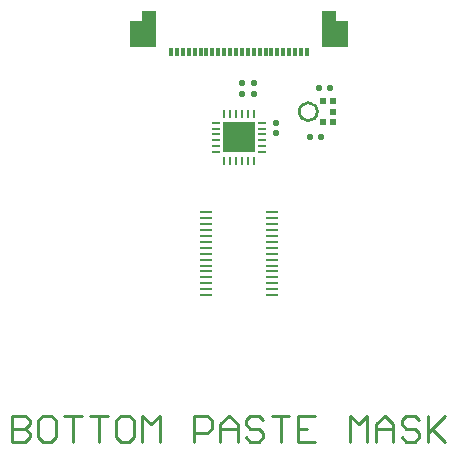
<source format=gbp>
G04*
G04 #@! TF.GenerationSoftware,Altium Limited,Altium Designer,20.1.11 (218)*
G04*
G04 Layer_Color=128*
%FSLAX25Y25*%
%MOIN*%
G70*
G04*
G04 #@! TF.SameCoordinates,49FD3369-56E0-4B66-BF1D-E122077B7428*
G04*
G04*
G04 #@! TF.FilePolarity,Positive*
G04*
G01*
G75*
%ADD10C,0.00984*%
%ADD11C,0.01000*%
G04:AMPARAMS|DCode=20|XSize=22.05mil|YSize=20.08mil|CornerRadius=5.02mil|HoleSize=0mil|Usage=FLASHONLY|Rotation=180.000|XOffset=0mil|YOffset=0mil|HoleType=Round|Shape=RoundedRectangle|*
%AMROUNDEDRECTD20*
21,1,0.02205,0.01004,0,0,180.0*
21,1,0.01201,0.02008,0,0,180.0*
1,1,0.01004,-0.00600,0.00502*
1,1,0.01004,0.00600,0.00502*
1,1,0.01004,0.00600,-0.00502*
1,1,0.01004,-0.00600,-0.00502*
%
%ADD20ROUNDEDRECTD20*%
G04:AMPARAMS|DCode=27|XSize=22.05mil|YSize=20.08mil|CornerRadius=5.02mil|HoleSize=0mil|Usage=FLASHONLY|Rotation=90.000|XOffset=0mil|YOffset=0mil|HoleType=Round|Shape=RoundedRectangle|*
%AMROUNDEDRECTD27*
21,1,0.02205,0.01004,0,0,90.0*
21,1,0.01201,0.02008,0,0,90.0*
1,1,0.01004,0.00502,0.00600*
1,1,0.01004,0.00502,-0.00600*
1,1,0.01004,-0.00502,-0.00600*
1,1,0.01004,-0.00502,0.00600*
%
%ADD27ROUNDEDRECTD27*%
%ADD97R,0.04331X0.08661*%
%ADD98R,0.05118X0.12008*%
%ADD99R,0.01181X0.03150*%
%ADD100C,0.00787*%
%ADD101R,0.02055X0.02362*%
%ADD102R,0.03110X0.01024*%
%ADD103R,0.01024X0.03110*%
%ADD104R,0.10630X0.10236*%
G04:AMPARAMS|DCode=105|XSize=9.84mil|YSize=43.31mil|CornerRadius=2.46mil|HoleSize=0mil|Usage=FLASHONLY|Rotation=270.000|XOffset=0mil|YOffset=0mil|HoleType=Round|Shape=RoundedRectangle|*
%AMROUNDEDRECTD105*
21,1,0.00984,0.03839,0,0,270.0*
21,1,0.00492,0.04331,0,0,270.0*
1,1,0.00492,-0.01919,-0.00246*
1,1,0.00492,-0.01919,0.00246*
1,1,0.00492,0.01919,0.00246*
1,1,0.00492,0.01919,-0.00246*
%
%ADD105ROUNDEDRECTD105*%
G36*
X37633Y62244D02*
X41417D01*
Y65826D01*
X37633D01*
Y62244D01*
D02*
G37*
G36*
X37633Y66850D02*
X41417D01*
Y70438D01*
X37633D01*
Y66850D01*
D02*
G37*
G36*
X42442Y62244D02*
X46220D01*
Y65826D01*
X42442D01*
Y62244D01*
D02*
G37*
G36*
X42441Y66850D02*
X46220D01*
Y70434D01*
X42441D01*
Y66850D01*
D02*
G37*
D10*
X-33600Y-26441D02*
Y-35100D01*
X-29271D01*
X-27828Y-33657D01*
Y-32214D01*
X-29271Y-30771D01*
X-33600D01*
X-29271D01*
X-27828Y-29328D01*
Y-27885D01*
X-29271Y-26441D01*
X-33600D01*
X-20612D02*
X-23498D01*
X-24941Y-27885D01*
Y-33657D01*
X-23498Y-35100D01*
X-20612D01*
X-19169Y-33657D01*
Y-27885D01*
X-20612Y-26441D01*
X-16283D02*
X-10510D01*
X-13397D01*
Y-35100D01*
X-7624Y-26441D02*
X-1852D01*
X-4738D01*
Y-35100D01*
X5364Y-26441D02*
X2478D01*
X1034Y-27885D01*
Y-33657D01*
X2478Y-35100D01*
X5364D01*
X6807Y-33657D01*
Y-27885D01*
X5364Y-26441D01*
X9693Y-35100D02*
Y-26441D01*
X12579Y-29328D01*
X15465Y-26441D01*
Y-35100D01*
X27010D02*
Y-26441D01*
X31340D01*
X32783Y-27885D01*
Y-30771D01*
X31340Y-32214D01*
X27010D01*
X35669Y-35100D02*
Y-29328D01*
X38555Y-26441D01*
X41441Y-29328D01*
Y-35100D01*
Y-30771D01*
X35669D01*
X50100Y-27885D02*
X48657Y-26441D01*
X45771D01*
X44328Y-27885D01*
Y-29328D01*
X45771Y-30771D01*
X48657D01*
X50100Y-32214D01*
Y-33657D01*
X48657Y-35100D01*
X45771D01*
X44328Y-33657D01*
X52986Y-26441D02*
X58759D01*
X55872D01*
Y-35100D01*
X67417Y-26441D02*
X61645D01*
Y-35100D01*
X67417D01*
X61645Y-30771D02*
X64531D01*
X78962Y-35100D02*
Y-26441D01*
X81848Y-29328D01*
X84734Y-26441D01*
Y-35100D01*
X87621D02*
Y-29328D01*
X90507Y-26441D01*
X93393Y-29328D01*
Y-35100D01*
Y-30771D01*
X87621D01*
X102052Y-27885D02*
X100609Y-26441D01*
X97722D01*
X96279Y-27885D01*
Y-29328D01*
X97722Y-30771D01*
X100609D01*
X102052Y-32214D01*
Y-33657D01*
X100609Y-35100D01*
X97722D01*
X96279Y-33657D01*
X104938Y-26441D02*
Y-35100D01*
Y-32214D01*
X110710Y-26441D01*
X106381Y-30771D01*
X110710Y-35100D01*
D11*
X68047Y74906D02*
G03*
X68047Y74906I-3000J0D01*
G01*
D20*
X46900Y80828D02*
D03*
Y84372D02*
D03*
X43100Y80828D02*
D03*
Y84372D02*
D03*
X54200Y71272D02*
D03*
Y67728D02*
D03*
D27*
X69114Y66405D02*
D03*
X65571D02*
D03*
X72114Y82905D02*
D03*
X68571D02*
D03*
D97*
X76378Y100787D02*
D03*
X7480D02*
D03*
D98*
X72047Y102461D02*
D03*
X11811D02*
D03*
D99*
X64567Y94882D02*
D03*
X62598D02*
D03*
X60630D02*
D03*
X58661D02*
D03*
X56693D02*
D03*
X54724D02*
D03*
X52756D02*
D03*
X50787D02*
D03*
X48819D02*
D03*
X46850D02*
D03*
X44882D02*
D03*
X42913D02*
D03*
X40945D02*
D03*
X38976D02*
D03*
X37008D02*
D03*
X35039D02*
D03*
X33071D02*
D03*
X31102D02*
D03*
X29134D02*
D03*
X27165D02*
D03*
X25197D02*
D03*
X23228D02*
D03*
X21260D02*
D03*
X19291D02*
D03*
D100*
X65047Y71906D02*
D03*
X65047Y77906D02*
D03*
D101*
X73213Y71363D02*
D03*
Y78449D02*
D03*
X69976D02*
D03*
Y71363D02*
D03*
X73213Y74906D02*
D03*
D102*
X34173Y61417D02*
D03*
Y63386D02*
D03*
Y65354D02*
D03*
Y67323D02*
D03*
Y69291D02*
D03*
Y71260D02*
D03*
X49685D02*
D03*
Y69291D02*
D03*
Y67323D02*
D03*
Y65354D02*
D03*
Y63386D02*
D03*
Y61417D02*
D03*
D103*
X37008Y74094D02*
D03*
X38976D02*
D03*
X40945D02*
D03*
X42913D02*
D03*
X44882D02*
D03*
X46850D02*
D03*
Y58583D02*
D03*
X44882D02*
D03*
X42913D02*
D03*
X40945D02*
D03*
X38976D02*
D03*
X37008D02*
D03*
D104*
X41929Y66338D02*
D03*
D105*
X31083Y19685D02*
D03*
Y21654D02*
D03*
X52776Y19685D02*
D03*
Y21654D02*
D03*
X31083Y41339D02*
D03*
X52776D02*
D03*
Y39370D02*
D03*
X31083D02*
D03*
X52776Y37402D02*
D03*
X31083D02*
D03*
X52776Y35433D02*
D03*
X31083D02*
D03*
X52776Y33465D02*
D03*
X31083D02*
D03*
X52776Y31496D02*
D03*
X31083D02*
D03*
X52776Y29528D02*
D03*
X31083D02*
D03*
X52776Y27559D02*
D03*
X31083D02*
D03*
X52776Y25591D02*
D03*
X31083D02*
D03*
X52776Y23622D02*
D03*
X31083D02*
D03*
X52776Y17717D02*
D03*
X31083D02*
D03*
X52776Y15748D02*
D03*
X31083D02*
D03*
X52776Y13780D02*
D03*
X31083D02*
D03*
M02*

</source>
